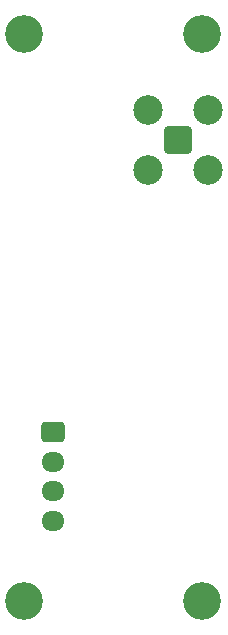
<source format=gbr>
%TF.GenerationSoftware,KiCad,Pcbnew,8.0.3*%
%TF.CreationDate,2024-10-23T15:01:46-04:00*%
%TF.ProjectId,SensorBoardNoMCU,53656e73-6f72-4426-9f61-72644e6f4d43,rev?*%
%TF.SameCoordinates,Original*%
%TF.FileFunction,Soldermask,Bot*%
%TF.FilePolarity,Negative*%
%FSLAX46Y46*%
G04 Gerber Fmt 4.6, Leading zero omitted, Abs format (unit mm)*
G04 Created by KiCad (PCBNEW 8.0.3) date 2024-10-23 15:01:46*
%MOMM*%
%LPD*%
G01*
G04 APERTURE LIST*
G04 Aperture macros list*
%AMRoundRect*
0 Rectangle with rounded corners*
0 $1 Rounding radius*
0 $2 $3 $4 $5 $6 $7 $8 $9 X,Y pos of 4 corners*
0 Add a 4 corners polygon primitive as box body*
4,1,4,$2,$3,$4,$5,$6,$7,$8,$9,$2,$3,0*
0 Add four circle primitives for the rounded corners*
1,1,$1+$1,$2,$3*
1,1,$1+$1,$4,$5*
1,1,$1+$1,$6,$7*
1,1,$1+$1,$8,$9*
0 Add four rect primitives between the rounded corners*
20,1,$1+$1,$2,$3,$4,$5,0*
20,1,$1+$1,$4,$5,$6,$7,0*
20,1,$1+$1,$6,$7,$8,$9,0*
20,1,$1+$1,$8,$9,$2,$3,0*%
G04 Aperture macros list end*
%ADD10C,3.200000*%
%ADD11RoundRect,0.250000X-0.725000X0.600000X-0.725000X-0.600000X0.725000X-0.600000X0.725000X0.600000X0*%
%ADD12O,1.950000X1.700000*%
%ADD13RoundRect,0.200100X0.949900X0.949900X-0.949900X0.949900X-0.949900X-0.949900X0.949900X-0.949900X0*%
%ADD14C,2.500000*%
G04 APERTURE END LIST*
D10*
%TO.C,H2*%
X92000000Y-50000000D03*
%TD*%
%TO.C,H4*%
X107000000Y-98000000D03*
%TD*%
D11*
%TO.C,J1*%
X94400000Y-83700000D03*
D12*
X94400000Y-86200000D03*
X94400000Y-88700000D03*
X94400000Y-91200000D03*
%TD*%
D10*
%TO.C,H3*%
X92000000Y-98000000D03*
%TD*%
D13*
%TO.C,J2*%
X105000000Y-59000000D03*
D14*
X107540000Y-61540000D03*
X107540000Y-56460000D03*
X102460000Y-61540000D03*
X102460000Y-56460000D03*
%TD*%
D10*
%TO.C,H1*%
X107000000Y-50000000D03*
%TD*%
M02*

</source>
